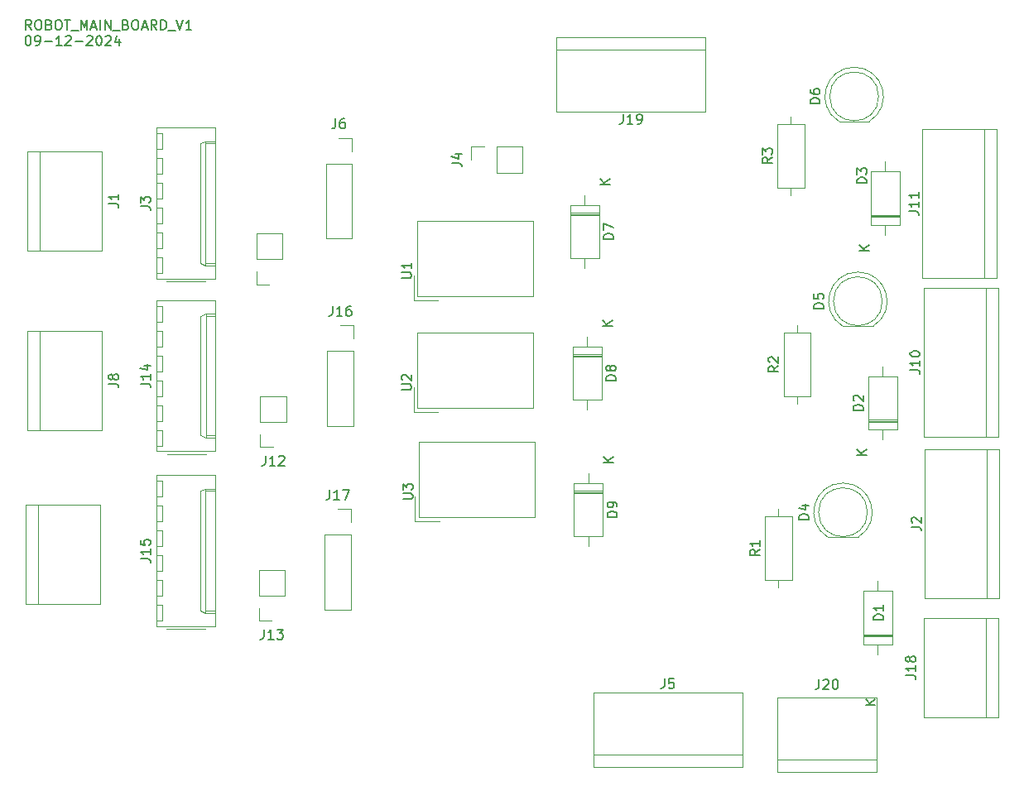
<source format=gbr>
%TF.GenerationSoftware,KiCad,Pcbnew,7.0.9-7.0.9~ubuntu20.04.1*%
%TF.CreationDate,2025-02-15T01:00:42+01:00*%
%TF.ProjectId,main_board_proto,6d61696e-5f62-46f6-9172-645f70726f74,rev?*%
%TF.SameCoordinates,Original*%
%TF.FileFunction,Legend,Top*%
%TF.FilePolarity,Positive*%
%FSLAX46Y46*%
G04 Gerber Fmt 4.6, Leading zero omitted, Abs format (unit mm)*
G04 Created by KiCad (PCBNEW 7.0.9-7.0.9~ubuntu20.04.1) date 2025-02-15 01:00:42*
%MOMM*%
%LPD*%
G01*
G04 APERTURE LIST*
%ADD10C,0.200000*%
%ADD11C,0.150000*%
%ADD12C,0.120000*%
G04 APERTURE END LIST*
D10*
X52503101Y-46517219D02*
X52169768Y-46041028D01*
X51931673Y-46517219D02*
X51931673Y-45517219D01*
X51931673Y-45517219D02*
X52312625Y-45517219D01*
X52312625Y-45517219D02*
X52407863Y-45564838D01*
X52407863Y-45564838D02*
X52455482Y-45612457D01*
X52455482Y-45612457D02*
X52503101Y-45707695D01*
X52503101Y-45707695D02*
X52503101Y-45850552D01*
X52503101Y-45850552D02*
X52455482Y-45945790D01*
X52455482Y-45945790D02*
X52407863Y-45993409D01*
X52407863Y-45993409D02*
X52312625Y-46041028D01*
X52312625Y-46041028D02*
X51931673Y-46041028D01*
X53122149Y-45517219D02*
X53312625Y-45517219D01*
X53312625Y-45517219D02*
X53407863Y-45564838D01*
X53407863Y-45564838D02*
X53503101Y-45660076D01*
X53503101Y-45660076D02*
X53550720Y-45850552D01*
X53550720Y-45850552D02*
X53550720Y-46183885D01*
X53550720Y-46183885D02*
X53503101Y-46374361D01*
X53503101Y-46374361D02*
X53407863Y-46469600D01*
X53407863Y-46469600D02*
X53312625Y-46517219D01*
X53312625Y-46517219D02*
X53122149Y-46517219D01*
X53122149Y-46517219D02*
X53026911Y-46469600D01*
X53026911Y-46469600D02*
X52931673Y-46374361D01*
X52931673Y-46374361D02*
X52884054Y-46183885D01*
X52884054Y-46183885D02*
X52884054Y-45850552D01*
X52884054Y-45850552D02*
X52931673Y-45660076D01*
X52931673Y-45660076D02*
X53026911Y-45564838D01*
X53026911Y-45564838D02*
X53122149Y-45517219D01*
X54312625Y-45993409D02*
X54455482Y-46041028D01*
X54455482Y-46041028D02*
X54503101Y-46088647D01*
X54503101Y-46088647D02*
X54550720Y-46183885D01*
X54550720Y-46183885D02*
X54550720Y-46326742D01*
X54550720Y-46326742D02*
X54503101Y-46421980D01*
X54503101Y-46421980D02*
X54455482Y-46469600D01*
X54455482Y-46469600D02*
X54360244Y-46517219D01*
X54360244Y-46517219D02*
X53979292Y-46517219D01*
X53979292Y-46517219D02*
X53979292Y-45517219D01*
X53979292Y-45517219D02*
X54312625Y-45517219D01*
X54312625Y-45517219D02*
X54407863Y-45564838D01*
X54407863Y-45564838D02*
X54455482Y-45612457D01*
X54455482Y-45612457D02*
X54503101Y-45707695D01*
X54503101Y-45707695D02*
X54503101Y-45802933D01*
X54503101Y-45802933D02*
X54455482Y-45898171D01*
X54455482Y-45898171D02*
X54407863Y-45945790D01*
X54407863Y-45945790D02*
X54312625Y-45993409D01*
X54312625Y-45993409D02*
X53979292Y-45993409D01*
X55169768Y-45517219D02*
X55360244Y-45517219D01*
X55360244Y-45517219D02*
X55455482Y-45564838D01*
X55455482Y-45564838D02*
X55550720Y-45660076D01*
X55550720Y-45660076D02*
X55598339Y-45850552D01*
X55598339Y-45850552D02*
X55598339Y-46183885D01*
X55598339Y-46183885D02*
X55550720Y-46374361D01*
X55550720Y-46374361D02*
X55455482Y-46469600D01*
X55455482Y-46469600D02*
X55360244Y-46517219D01*
X55360244Y-46517219D02*
X55169768Y-46517219D01*
X55169768Y-46517219D02*
X55074530Y-46469600D01*
X55074530Y-46469600D02*
X54979292Y-46374361D01*
X54979292Y-46374361D02*
X54931673Y-46183885D01*
X54931673Y-46183885D02*
X54931673Y-45850552D01*
X54931673Y-45850552D02*
X54979292Y-45660076D01*
X54979292Y-45660076D02*
X55074530Y-45564838D01*
X55074530Y-45564838D02*
X55169768Y-45517219D01*
X55884054Y-45517219D02*
X56455482Y-45517219D01*
X56169768Y-46517219D02*
X56169768Y-45517219D01*
X56550721Y-46612457D02*
X57312625Y-46612457D01*
X57550721Y-46517219D02*
X57550721Y-45517219D01*
X57550721Y-45517219D02*
X57884054Y-46231504D01*
X57884054Y-46231504D02*
X58217387Y-45517219D01*
X58217387Y-45517219D02*
X58217387Y-46517219D01*
X58645959Y-46231504D02*
X59122149Y-46231504D01*
X58550721Y-46517219D02*
X58884054Y-45517219D01*
X58884054Y-45517219D02*
X59217387Y-46517219D01*
X59550721Y-46517219D02*
X59550721Y-45517219D01*
X60026911Y-46517219D02*
X60026911Y-45517219D01*
X60026911Y-45517219D02*
X60598339Y-46517219D01*
X60598339Y-46517219D02*
X60598339Y-45517219D01*
X60836435Y-46612457D02*
X61598339Y-46612457D01*
X62169768Y-45993409D02*
X62312625Y-46041028D01*
X62312625Y-46041028D02*
X62360244Y-46088647D01*
X62360244Y-46088647D02*
X62407863Y-46183885D01*
X62407863Y-46183885D02*
X62407863Y-46326742D01*
X62407863Y-46326742D02*
X62360244Y-46421980D01*
X62360244Y-46421980D02*
X62312625Y-46469600D01*
X62312625Y-46469600D02*
X62217387Y-46517219D01*
X62217387Y-46517219D02*
X61836435Y-46517219D01*
X61836435Y-46517219D02*
X61836435Y-45517219D01*
X61836435Y-45517219D02*
X62169768Y-45517219D01*
X62169768Y-45517219D02*
X62265006Y-45564838D01*
X62265006Y-45564838D02*
X62312625Y-45612457D01*
X62312625Y-45612457D02*
X62360244Y-45707695D01*
X62360244Y-45707695D02*
X62360244Y-45802933D01*
X62360244Y-45802933D02*
X62312625Y-45898171D01*
X62312625Y-45898171D02*
X62265006Y-45945790D01*
X62265006Y-45945790D02*
X62169768Y-45993409D01*
X62169768Y-45993409D02*
X61836435Y-45993409D01*
X63026911Y-45517219D02*
X63217387Y-45517219D01*
X63217387Y-45517219D02*
X63312625Y-45564838D01*
X63312625Y-45564838D02*
X63407863Y-45660076D01*
X63407863Y-45660076D02*
X63455482Y-45850552D01*
X63455482Y-45850552D02*
X63455482Y-46183885D01*
X63455482Y-46183885D02*
X63407863Y-46374361D01*
X63407863Y-46374361D02*
X63312625Y-46469600D01*
X63312625Y-46469600D02*
X63217387Y-46517219D01*
X63217387Y-46517219D02*
X63026911Y-46517219D01*
X63026911Y-46517219D02*
X62931673Y-46469600D01*
X62931673Y-46469600D02*
X62836435Y-46374361D01*
X62836435Y-46374361D02*
X62788816Y-46183885D01*
X62788816Y-46183885D02*
X62788816Y-45850552D01*
X62788816Y-45850552D02*
X62836435Y-45660076D01*
X62836435Y-45660076D02*
X62931673Y-45564838D01*
X62931673Y-45564838D02*
X63026911Y-45517219D01*
X63836435Y-46231504D02*
X64312625Y-46231504D01*
X63741197Y-46517219D02*
X64074530Y-45517219D01*
X64074530Y-45517219D02*
X64407863Y-46517219D01*
X65312625Y-46517219D02*
X64979292Y-46041028D01*
X64741197Y-46517219D02*
X64741197Y-45517219D01*
X64741197Y-45517219D02*
X65122149Y-45517219D01*
X65122149Y-45517219D02*
X65217387Y-45564838D01*
X65217387Y-45564838D02*
X65265006Y-45612457D01*
X65265006Y-45612457D02*
X65312625Y-45707695D01*
X65312625Y-45707695D02*
X65312625Y-45850552D01*
X65312625Y-45850552D02*
X65265006Y-45945790D01*
X65265006Y-45945790D02*
X65217387Y-45993409D01*
X65217387Y-45993409D02*
X65122149Y-46041028D01*
X65122149Y-46041028D02*
X64741197Y-46041028D01*
X65741197Y-46517219D02*
X65741197Y-45517219D01*
X65741197Y-45517219D02*
X65979292Y-45517219D01*
X65979292Y-45517219D02*
X66122149Y-45564838D01*
X66122149Y-45564838D02*
X66217387Y-45660076D01*
X66217387Y-45660076D02*
X66265006Y-45755314D01*
X66265006Y-45755314D02*
X66312625Y-45945790D01*
X66312625Y-45945790D02*
X66312625Y-46088647D01*
X66312625Y-46088647D02*
X66265006Y-46279123D01*
X66265006Y-46279123D02*
X66217387Y-46374361D01*
X66217387Y-46374361D02*
X66122149Y-46469600D01*
X66122149Y-46469600D02*
X65979292Y-46517219D01*
X65979292Y-46517219D02*
X65741197Y-46517219D01*
X66503102Y-46612457D02*
X67265006Y-46612457D01*
X67360245Y-45517219D02*
X67693578Y-46517219D01*
X67693578Y-46517219D02*
X68026911Y-45517219D01*
X68884054Y-46517219D02*
X68312626Y-46517219D01*
X68598340Y-46517219D02*
X68598340Y-45517219D01*
X68598340Y-45517219D02*
X68503102Y-45660076D01*
X68503102Y-45660076D02*
X68407864Y-45755314D01*
X68407864Y-45755314D02*
X68312626Y-45802933D01*
X52122149Y-47127219D02*
X52217387Y-47127219D01*
X52217387Y-47127219D02*
X52312625Y-47174838D01*
X52312625Y-47174838D02*
X52360244Y-47222457D01*
X52360244Y-47222457D02*
X52407863Y-47317695D01*
X52407863Y-47317695D02*
X52455482Y-47508171D01*
X52455482Y-47508171D02*
X52455482Y-47746266D01*
X52455482Y-47746266D02*
X52407863Y-47936742D01*
X52407863Y-47936742D02*
X52360244Y-48031980D01*
X52360244Y-48031980D02*
X52312625Y-48079600D01*
X52312625Y-48079600D02*
X52217387Y-48127219D01*
X52217387Y-48127219D02*
X52122149Y-48127219D01*
X52122149Y-48127219D02*
X52026911Y-48079600D01*
X52026911Y-48079600D02*
X51979292Y-48031980D01*
X51979292Y-48031980D02*
X51931673Y-47936742D01*
X51931673Y-47936742D02*
X51884054Y-47746266D01*
X51884054Y-47746266D02*
X51884054Y-47508171D01*
X51884054Y-47508171D02*
X51931673Y-47317695D01*
X51931673Y-47317695D02*
X51979292Y-47222457D01*
X51979292Y-47222457D02*
X52026911Y-47174838D01*
X52026911Y-47174838D02*
X52122149Y-47127219D01*
X52931673Y-48127219D02*
X53122149Y-48127219D01*
X53122149Y-48127219D02*
X53217387Y-48079600D01*
X53217387Y-48079600D02*
X53265006Y-48031980D01*
X53265006Y-48031980D02*
X53360244Y-47889123D01*
X53360244Y-47889123D02*
X53407863Y-47698647D01*
X53407863Y-47698647D02*
X53407863Y-47317695D01*
X53407863Y-47317695D02*
X53360244Y-47222457D01*
X53360244Y-47222457D02*
X53312625Y-47174838D01*
X53312625Y-47174838D02*
X53217387Y-47127219D01*
X53217387Y-47127219D02*
X53026911Y-47127219D01*
X53026911Y-47127219D02*
X52931673Y-47174838D01*
X52931673Y-47174838D02*
X52884054Y-47222457D01*
X52884054Y-47222457D02*
X52836435Y-47317695D01*
X52836435Y-47317695D02*
X52836435Y-47555790D01*
X52836435Y-47555790D02*
X52884054Y-47651028D01*
X52884054Y-47651028D02*
X52931673Y-47698647D01*
X52931673Y-47698647D02*
X53026911Y-47746266D01*
X53026911Y-47746266D02*
X53217387Y-47746266D01*
X53217387Y-47746266D02*
X53312625Y-47698647D01*
X53312625Y-47698647D02*
X53360244Y-47651028D01*
X53360244Y-47651028D02*
X53407863Y-47555790D01*
X53836435Y-47746266D02*
X54598340Y-47746266D01*
X55598339Y-48127219D02*
X55026911Y-48127219D01*
X55312625Y-48127219D02*
X55312625Y-47127219D01*
X55312625Y-47127219D02*
X55217387Y-47270076D01*
X55217387Y-47270076D02*
X55122149Y-47365314D01*
X55122149Y-47365314D02*
X55026911Y-47412933D01*
X55979292Y-47222457D02*
X56026911Y-47174838D01*
X56026911Y-47174838D02*
X56122149Y-47127219D01*
X56122149Y-47127219D02*
X56360244Y-47127219D01*
X56360244Y-47127219D02*
X56455482Y-47174838D01*
X56455482Y-47174838D02*
X56503101Y-47222457D01*
X56503101Y-47222457D02*
X56550720Y-47317695D01*
X56550720Y-47317695D02*
X56550720Y-47412933D01*
X56550720Y-47412933D02*
X56503101Y-47555790D01*
X56503101Y-47555790D02*
X55931673Y-48127219D01*
X55931673Y-48127219D02*
X56550720Y-48127219D01*
X56979292Y-47746266D02*
X57741197Y-47746266D01*
X58169768Y-47222457D02*
X58217387Y-47174838D01*
X58217387Y-47174838D02*
X58312625Y-47127219D01*
X58312625Y-47127219D02*
X58550720Y-47127219D01*
X58550720Y-47127219D02*
X58645958Y-47174838D01*
X58645958Y-47174838D02*
X58693577Y-47222457D01*
X58693577Y-47222457D02*
X58741196Y-47317695D01*
X58741196Y-47317695D02*
X58741196Y-47412933D01*
X58741196Y-47412933D02*
X58693577Y-47555790D01*
X58693577Y-47555790D02*
X58122149Y-48127219D01*
X58122149Y-48127219D02*
X58741196Y-48127219D01*
X59360244Y-47127219D02*
X59455482Y-47127219D01*
X59455482Y-47127219D02*
X59550720Y-47174838D01*
X59550720Y-47174838D02*
X59598339Y-47222457D01*
X59598339Y-47222457D02*
X59645958Y-47317695D01*
X59645958Y-47317695D02*
X59693577Y-47508171D01*
X59693577Y-47508171D02*
X59693577Y-47746266D01*
X59693577Y-47746266D02*
X59645958Y-47936742D01*
X59645958Y-47936742D02*
X59598339Y-48031980D01*
X59598339Y-48031980D02*
X59550720Y-48079600D01*
X59550720Y-48079600D02*
X59455482Y-48127219D01*
X59455482Y-48127219D02*
X59360244Y-48127219D01*
X59360244Y-48127219D02*
X59265006Y-48079600D01*
X59265006Y-48079600D02*
X59217387Y-48031980D01*
X59217387Y-48031980D02*
X59169768Y-47936742D01*
X59169768Y-47936742D02*
X59122149Y-47746266D01*
X59122149Y-47746266D02*
X59122149Y-47508171D01*
X59122149Y-47508171D02*
X59169768Y-47317695D01*
X59169768Y-47317695D02*
X59217387Y-47222457D01*
X59217387Y-47222457D02*
X59265006Y-47174838D01*
X59265006Y-47174838D02*
X59360244Y-47127219D01*
X60074530Y-47222457D02*
X60122149Y-47174838D01*
X60122149Y-47174838D02*
X60217387Y-47127219D01*
X60217387Y-47127219D02*
X60455482Y-47127219D01*
X60455482Y-47127219D02*
X60550720Y-47174838D01*
X60550720Y-47174838D02*
X60598339Y-47222457D01*
X60598339Y-47222457D02*
X60645958Y-47317695D01*
X60645958Y-47317695D02*
X60645958Y-47412933D01*
X60645958Y-47412933D02*
X60598339Y-47555790D01*
X60598339Y-47555790D02*
X60026911Y-48127219D01*
X60026911Y-48127219D02*
X60645958Y-48127219D01*
X61503101Y-47460552D02*
X61503101Y-48127219D01*
X61265006Y-47079600D02*
X61026911Y-47793885D01*
X61026911Y-47793885D02*
X61645958Y-47793885D01*
D11*
X76431476Y-90118819D02*
X76431476Y-90833104D01*
X76431476Y-90833104D02*
X76383857Y-90975961D01*
X76383857Y-90975961D02*
X76288619Y-91071200D01*
X76288619Y-91071200D02*
X76145762Y-91118819D01*
X76145762Y-91118819D02*
X76050524Y-91118819D01*
X77431476Y-91118819D02*
X76860048Y-91118819D01*
X77145762Y-91118819D02*
X77145762Y-90118819D01*
X77145762Y-90118819D02*
X77050524Y-90261676D01*
X77050524Y-90261676D02*
X76955286Y-90356914D01*
X76955286Y-90356914D02*
X76860048Y-90404533D01*
X77812429Y-90214057D02*
X77860048Y-90166438D01*
X77860048Y-90166438D02*
X77955286Y-90118819D01*
X77955286Y-90118819D02*
X78193381Y-90118819D01*
X78193381Y-90118819D02*
X78288619Y-90166438D01*
X78288619Y-90166438D02*
X78336238Y-90214057D01*
X78336238Y-90214057D02*
X78383857Y-90309295D01*
X78383857Y-90309295D02*
X78383857Y-90404533D01*
X78383857Y-90404533D02*
X78336238Y-90547390D01*
X78336238Y-90547390D02*
X77764810Y-91118819D01*
X77764810Y-91118819D02*
X78383857Y-91118819D01*
X142378819Y-81357523D02*
X143093104Y-81357523D01*
X143093104Y-81357523D02*
X143235961Y-81405142D01*
X143235961Y-81405142D02*
X143331200Y-81500380D01*
X143331200Y-81500380D02*
X143378819Y-81643237D01*
X143378819Y-81643237D02*
X143378819Y-81738475D01*
X143378819Y-80357523D02*
X143378819Y-80928951D01*
X143378819Y-80643237D02*
X142378819Y-80643237D01*
X142378819Y-80643237D02*
X142521676Y-80738475D01*
X142521676Y-80738475D02*
X142616914Y-80833713D01*
X142616914Y-80833713D02*
X142664533Y-80928951D01*
X142378819Y-79738475D02*
X142378819Y-79643237D01*
X142378819Y-79643237D02*
X142426438Y-79547999D01*
X142426438Y-79547999D02*
X142474057Y-79500380D01*
X142474057Y-79500380D02*
X142569295Y-79452761D01*
X142569295Y-79452761D02*
X142759771Y-79405142D01*
X142759771Y-79405142D02*
X142997866Y-79405142D01*
X142997866Y-79405142D02*
X143188342Y-79452761D01*
X143188342Y-79452761D02*
X143283580Y-79500380D01*
X143283580Y-79500380D02*
X143331200Y-79547999D01*
X143331200Y-79547999D02*
X143378819Y-79643237D01*
X143378819Y-79643237D02*
X143378819Y-79738475D01*
X143378819Y-79738475D02*
X143331200Y-79833713D01*
X143331200Y-79833713D02*
X143283580Y-79881332D01*
X143283580Y-79881332D02*
X143188342Y-79928951D01*
X143188342Y-79928951D02*
X142997866Y-79976570D01*
X142997866Y-79976570D02*
X142759771Y-79976570D01*
X142759771Y-79976570D02*
X142569295Y-79928951D01*
X142569295Y-79928951D02*
X142474057Y-79881332D01*
X142474057Y-79881332D02*
X142426438Y-79833713D01*
X142426438Y-79833713D02*
X142378819Y-79738475D01*
X60414819Y-82756333D02*
X61129104Y-82756333D01*
X61129104Y-82756333D02*
X61271961Y-82803952D01*
X61271961Y-82803952D02*
X61367200Y-82899190D01*
X61367200Y-82899190D02*
X61414819Y-83042047D01*
X61414819Y-83042047D02*
X61414819Y-83137285D01*
X60843390Y-82137285D02*
X60795771Y-82232523D01*
X60795771Y-82232523D02*
X60748152Y-82280142D01*
X60748152Y-82280142D02*
X60652914Y-82327761D01*
X60652914Y-82327761D02*
X60605295Y-82327761D01*
X60605295Y-82327761D02*
X60510057Y-82280142D01*
X60510057Y-82280142D02*
X60462438Y-82232523D01*
X60462438Y-82232523D02*
X60414819Y-82137285D01*
X60414819Y-82137285D02*
X60414819Y-81946809D01*
X60414819Y-81946809D02*
X60462438Y-81851571D01*
X60462438Y-81851571D02*
X60510057Y-81803952D01*
X60510057Y-81803952D02*
X60605295Y-81756333D01*
X60605295Y-81756333D02*
X60652914Y-81756333D01*
X60652914Y-81756333D02*
X60748152Y-81803952D01*
X60748152Y-81803952D02*
X60795771Y-81851571D01*
X60795771Y-81851571D02*
X60843390Y-81946809D01*
X60843390Y-81946809D02*
X60843390Y-82137285D01*
X60843390Y-82137285D02*
X60891009Y-82232523D01*
X60891009Y-82232523D02*
X60938628Y-82280142D01*
X60938628Y-82280142D02*
X61033866Y-82327761D01*
X61033866Y-82327761D02*
X61224342Y-82327761D01*
X61224342Y-82327761D02*
X61319580Y-82280142D01*
X61319580Y-82280142D02*
X61367200Y-82232523D01*
X61367200Y-82232523D02*
X61414819Y-82137285D01*
X61414819Y-82137285D02*
X61414819Y-81946809D01*
X61414819Y-81946809D02*
X61367200Y-81851571D01*
X61367200Y-81851571D02*
X61319580Y-81803952D01*
X61319580Y-81803952D02*
X61224342Y-81756333D01*
X61224342Y-81756333D02*
X61033866Y-81756333D01*
X61033866Y-81756333D02*
X60938628Y-81803952D01*
X60938628Y-81803952D02*
X60891009Y-81851571D01*
X60891009Y-81851571D02*
X60843390Y-81946809D01*
X139646819Y-106910094D02*
X138646819Y-106910094D01*
X138646819Y-106910094D02*
X138646819Y-106671999D01*
X138646819Y-106671999D02*
X138694438Y-106529142D01*
X138694438Y-106529142D02*
X138789676Y-106433904D01*
X138789676Y-106433904D02*
X138884914Y-106386285D01*
X138884914Y-106386285D02*
X139075390Y-106338666D01*
X139075390Y-106338666D02*
X139218247Y-106338666D01*
X139218247Y-106338666D02*
X139408723Y-106386285D01*
X139408723Y-106386285D02*
X139503961Y-106433904D01*
X139503961Y-106433904D02*
X139599200Y-106529142D01*
X139599200Y-106529142D02*
X139646819Y-106671999D01*
X139646819Y-106671999D02*
X139646819Y-106910094D01*
X139646819Y-105386285D02*
X139646819Y-105957713D01*
X139646819Y-105671999D02*
X138646819Y-105671999D01*
X138646819Y-105671999D02*
X138789676Y-105767237D01*
X138789676Y-105767237D02*
X138884914Y-105862475D01*
X138884914Y-105862475D02*
X138932533Y-105957713D01*
X138816819Y-115577904D02*
X137816819Y-115577904D01*
X138816819Y-115006476D02*
X138245390Y-115435047D01*
X137816819Y-115006476D02*
X138388247Y-115577904D01*
X113012476Y-55158819D02*
X113012476Y-55873104D01*
X113012476Y-55873104D02*
X112964857Y-56015961D01*
X112964857Y-56015961D02*
X112869619Y-56111200D01*
X112869619Y-56111200D02*
X112726762Y-56158819D01*
X112726762Y-56158819D02*
X112631524Y-56158819D01*
X114012476Y-56158819D02*
X113441048Y-56158819D01*
X113726762Y-56158819D02*
X113726762Y-55158819D01*
X113726762Y-55158819D02*
X113631524Y-55301676D01*
X113631524Y-55301676D02*
X113536286Y-55396914D01*
X113536286Y-55396914D02*
X113441048Y-55444533D01*
X114488667Y-56158819D02*
X114679143Y-56158819D01*
X114679143Y-56158819D02*
X114774381Y-56111200D01*
X114774381Y-56111200D02*
X114822000Y-56063580D01*
X114822000Y-56063580D02*
X114917238Y-55920723D01*
X114917238Y-55920723D02*
X114964857Y-55730247D01*
X114964857Y-55730247D02*
X114964857Y-55349295D01*
X114964857Y-55349295D02*
X114917238Y-55254057D01*
X114917238Y-55254057D02*
X114869619Y-55206438D01*
X114869619Y-55206438D02*
X114774381Y-55158819D01*
X114774381Y-55158819D02*
X114583905Y-55158819D01*
X114583905Y-55158819D02*
X114488667Y-55206438D01*
X114488667Y-55206438D02*
X114441048Y-55254057D01*
X114441048Y-55254057D02*
X114393429Y-55349295D01*
X114393429Y-55349295D02*
X114393429Y-55587390D01*
X114393429Y-55587390D02*
X114441048Y-55682628D01*
X114441048Y-55682628D02*
X114488667Y-55730247D01*
X114488667Y-55730247D02*
X114583905Y-55777866D01*
X114583905Y-55777866D02*
X114774381Y-55777866D01*
X114774381Y-55777866D02*
X114869619Y-55730247D01*
X114869619Y-55730247D02*
X114917238Y-55682628D01*
X114917238Y-55682628D02*
X114964857Y-55587390D01*
X126989819Y-99734666D02*
X126513628Y-100067999D01*
X126989819Y-100306094D02*
X125989819Y-100306094D01*
X125989819Y-100306094D02*
X125989819Y-99925142D01*
X125989819Y-99925142D02*
X126037438Y-99829904D01*
X126037438Y-99829904D02*
X126085057Y-99782285D01*
X126085057Y-99782285D02*
X126180295Y-99734666D01*
X126180295Y-99734666D02*
X126323152Y-99734666D01*
X126323152Y-99734666D02*
X126418390Y-99782285D01*
X126418390Y-99782285D02*
X126466009Y-99829904D01*
X126466009Y-99829904D02*
X126513628Y-99925142D01*
X126513628Y-99925142D02*
X126513628Y-100306094D01*
X126989819Y-98782285D02*
X126989819Y-99353713D01*
X126989819Y-99067999D02*
X125989819Y-99067999D01*
X125989819Y-99067999D02*
X126132676Y-99163237D01*
X126132676Y-99163237D02*
X126227914Y-99258475D01*
X126227914Y-99258475D02*
X126275533Y-99353713D01*
X83613666Y-55612819D02*
X83613666Y-56327104D01*
X83613666Y-56327104D02*
X83566047Y-56469961D01*
X83566047Y-56469961D02*
X83470809Y-56565200D01*
X83470809Y-56565200D02*
X83327952Y-56612819D01*
X83327952Y-56612819D02*
X83232714Y-56612819D01*
X84518428Y-55612819D02*
X84327952Y-55612819D01*
X84327952Y-55612819D02*
X84232714Y-55660438D01*
X84232714Y-55660438D02*
X84185095Y-55708057D01*
X84185095Y-55708057D02*
X84089857Y-55850914D01*
X84089857Y-55850914D02*
X84042238Y-56041390D01*
X84042238Y-56041390D02*
X84042238Y-56422342D01*
X84042238Y-56422342D02*
X84089857Y-56517580D01*
X84089857Y-56517580D02*
X84137476Y-56565200D01*
X84137476Y-56565200D02*
X84232714Y-56612819D01*
X84232714Y-56612819D02*
X84423190Y-56612819D01*
X84423190Y-56612819D02*
X84518428Y-56565200D01*
X84518428Y-56565200D02*
X84566047Y-56517580D01*
X84566047Y-56517580D02*
X84613666Y-56422342D01*
X84613666Y-56422342D02*
X84613666Y-56184247D01*
X84613666Y-56184247D02*
X84566047Y-56089009D01*
X84566047Y-56089009D02*
X84518428Y-56041390D01*
X84518428Y-56041390D02*
X84423190Y-55993771D01*
X84423190Y-55993771D02*
X84232714Y-55993771D01*
X84232714Y-55993771D02*
X84137476Y-56041390D01*
X84137476Y-56041390D02*
X84089857Y-56089009D01*
X84089857Y-56089009D02*
X84042238Y-56184247D01*
X133146819Y-54078094D02*
X132146819Y-54078094D01*
X132146819Y-54078094D02*
X132146819Y-53839999D01*
X132146819Y-53839999D02*
X132194438Y-53697142D01*
X132194438Y-53697142D02*
X132289676Y-53601904D01*
X132289676Y-53601904D02*
X132384914Y-53554285D01*
X132384914Y-53554285D02*
X132575390Y-53506666D01*
X132575390Y-53506666D02*
X132718247Y-53506666D01*
X132718247Y-53506666D02*
X132908723Y-53554285D01*
X132908723Y-53554285D02*
X133003961Y-53601904D01*
X133003961Y-53601904D02*
X133099200Y-53697142D01*
X133099200Y-53697142D02*
X133146819Y-53839999D01*
X133146819Y-53839999D02*
X133146819Y-54078094D01*
X132146819Y-52649523D02*
X132146819Y-52839999D01*
X132146819Y-52839999D02*
X132194438Y-52935237D01*
X132194438Y-52935237D02*
X132242057Y-52982856D01*
X132242057Y-52982856D02*
X132384914Y-53078094D01*
X132384914Y-53078094D02*
X132575390Y-53125713D01*
X132575390Y-53125713D02*
X132956342Y-53125713D01*
X132956342Y-53125713D02*
X133051580Y-53078094D01*
X133051580Y-53078094D02*
X133099200Y-53030475D01*
X133099200Y-53030475D02*
X133146819Y-52935237D01*
X133146819Y-52935237D02*
X133146819Y-52744761D01*
X133146819Y-52744761D02*
X133099200Y-52649523D01*
X133099200Y-52649523D02*
X133051580Y-52601904D01*
X133051580Y-52601904D02*
X132956342Y-52554285D01*
X132956342Y-52554285D02*
X132718247Y-52554285D01*
X132718247Y-52554285D02*
X132623009Y-52601904D01*
X132623009Y-52601904D02*
X132575390Y-52649523D01*
X132575390Y-52649523D02*
X132527771Y-52744761D01*
X132527771Y-52744761D02*
X132527771Y-52935237D01*
X132527771Y-52935237D02*
X132575390Y-53030475D01*
X132575390Y-53030475D02*
X132623009Y-53078094D01*
X132623009Y-53078094D02*
X132718247Y-53125713D01*
X117238666Y-112914819D02*
X117238666Y-113629104D01*
X117238666Y-113629104D02*
X117191047Y-113771961D01*
X117191047Y-113771961D02*
X117095809Y-113867200D01*
X117095809Y-113867200D02*
X116952952Y-113914819D01*
X116952952Y-113914819D02*
X116857714Y-113914819D01*
X118191047Y-112914819D02*
X117714857Y-112914819D01*
X117714857Y-112914819D02*
X117667238Y-113391009D01*
X117667238Y-113391009D02*
X117714857Y-113343390D01*
X117714857Y-113343390D02*
X117810095Y-113295771D01*
X117810095Y-113295771D02*
X118048190Y-113295771D01*
X118048190Y-113295771D02*
X118143428Y-113343390D01*
X118143428Y-113343390D02*
X118191047Y-113391009D01*
X118191047Y-113391009D02*
X118238666Y-113486247D01*
X118238666Y-113486247D02*
X118238666Y-113724342D01*
X118238666Y-113724342D02*
X118191047Y-113819580D01*
X118191047Y-113819580D02*
X118143428Y-113867200D01*
X118143428Y-113867200D02*
X118048190Y-113914819D01*
X118048190Y-113914819D02*
X117810095Y-113914819D01*
X117810095Y-113914819D02*
X117714857Y-113867200D01*
X117714857Y-113867200D02*
X117667238Y-113819580D01*
X142251819Y-65101523D02*
X142966104Y-65101523D01*
X142966104Y-65101523D02*
X143108961Y-65149142D01*
X143108961Y-65149142D02*
X143204200Y-65244380D01*
X143204200Y-65244380D02*
X143251819Y-65387237D01*
X143251819Y-65387237D02*
X143251819Y-65482475D01*
X143251819Y-64101523D02*
X143251819Y-64672951D01*
X143251819Y-64387237D02*
X142251819Y-64387237D01*
X142251819Y-64387237D02*
X142394676Y-64482475D01*
X142394676Y-64482475D02*
X142489914Y-64577713D01*
X142489914Y-64577713D02*
X142537533Y-64672951D01*
X143251819Y-63149142D02*
X143251819Y-63720570D01*
X143251819Y-63434856D02*
X142251819Y-63434856D01*
X142251819Y-63434856D02*
X142394676Y-63530094D01*
X142394676Y-63530094D02*
X142489914Y-63625332D01*
X142489914Y-63625332D02*
X142537533Y-63720570D01*
X63660819Y-100631523D02*
X64375104Y-100631523D01*
X64375104Y-100631523D02*
X64517961Y-100679142D01*
X64517961Y-100679142D02*
X64613200Y-100774380D01*
X64613200Y-100774380D02*
X64660819Y-100917237D01*
X64660819Y-100917237D02*
X64660819Y-101012475D01*
X64660819Y-99631523D02*
X64660819Y-100202951D01*
X64660819Y-99917237D02*
X63660819Y-99917237D01*
X63660819Y-99917237D02*
X63803676Y-100012475D01*
X63803676Y-100012475D02*
X63898914Y-100107713D01*
X63898914Y-100107713D02*
X63946533Y-100202951D01*
X63660819Y-98726761D02*
X63660819Y-99202951D01*
X63660819Y-99202951D02*
X64137009Y-99250570D01*
X64137009Y-99250570D02*
X64089390Y-99202951D01*
X64089390Y-99202951D02*
X64041771Y-99107713D01*
X64041771Y-99107713D02*
X64041771Y-98869618D01*
X64041771Y-98869618D02*
X64089390Y-98774380D01*
X64089390Y-98774380D02*
X64137009Y-98726761D01*
X64137009Y-98726761D02*
X64232247Y-98679142D01*
X64232247Y-98679142D02*
X64470342Y-98679142D01*
X64470342Y-98679142D02*
X64565580Y-98726761D01*
X64565580Y-98726761D02*
X64613200Y-98774380D01*
X64613200Y-98774380D02*
X64660819Y-98869618D01*
X64660819Y-98869618D02*
X64660819Y-99107713D01*
X64660819Y-99107713D02*
X64613200Y-99202951D01*
X64613200Y-99202951D02*
X64565580Y-99250570D01*
X137938819Y-62206094D02*
X136938819Y-62206094D01*
X136938819Y-62206094D02*
X136938819Y-61967999D01*
X136938819Y-61967999D02*
X136986438Y-61825142D01*
X136986438Y-61825142D02*
X137081676Y-61729904D01*
X137081676Y-61729904D02*
X137176914Y-61682285D01*
X137176914Y-61682285D02*
X137367390Y-61634666D01*
X137367390Y-61634666D02*
X137510247Y-61634666D01*
X137510247Y-61634666D02*
X137700723Y-61682285D01*
X137700723Y-61682285D02*
X137795961Y-61729904D01*
X137795961Y-61729904D02*
X137891200Y-61825142D01*
X137891200Y-61825142D02*
X137938819Y-61967999D01*
X137938819Y-61967999D02*
X137938819Y-62206094D01*
X136938819Y-61301332D02*
X136938819Y-60682285D01*
X136938819Y-60682285D02*
X137319771Y-61015618D01*
X137319771Y-61015618D02*
X137319771Y-60872761D01*
X137319771Y-60872761D02*
X137367390Y-60777523D01*
X137367390Y-60777523D02*
X137415009Y-60729904D01*
X137415009Y-60729904D02*
X137510247Y-60682285D01*
X137510247Y-60682285D02*
X137748342Y-60682285D01*
X137748342Y-60682285D02*
X137843580Y-60729904D01*
X137843580Y-60729904D02*
X137891200Y-60777523D01*
X137891200Y-60777523D02*
X137938819Y-60872761D01*
X137938819Y-60872761D02*
X137938819Y-61158475D01*
X137938819Y-61158475D02*
X137891200Y-61253713D01*
X137891200Y-61253713D02*
X137843580Y-61301332D01*
X138181819Y-69095904D02*
X137181819Y-69095904D01*
X138181819Y-68524476D02*
X137610390Y-68953047D01*
X137181819Y-68524476D02*
X137753247Y-69095904D01*
X63660819Y-64595333D02*
X64375104Y-64595333D01*
X64375104Y-64595333D02*
X64517961Y-64642952D01*
X64517961Y-64642952D02*
X64613200Y-64738190D01*
X64613200Y-64738190D02*
X64660819Y-64881047D01*
X64660819Y-64881047D02*
X64660819Y-64976285D01*
X63660819Y-64214380D02*
X63660819Y-63595333D01*
X63660819Y-63595333D02*
X64041771Y-63928666D01*
X64041771Y-63928666D02*
X64041771Y-63785809D01*
X64041771Y-63785809D02*
X64089390Y-63690571D01*
X64089390Y-63690571D02*
X64137009Y-63642952D01*
X64137009Y-63642952D02*
X64232247Y-63595333D01*
X64232247Y-63595333D02*
X64470342Y-63595333D01*
X64470342Y-63595333D02*
X64565580Y-63642952D01*
X64565580Y-63642952D02*
X64613200Y-63690571D01*
X64613200Y-63690571D02*
X64660819Y-63785809D01*
X64660819Y-63785809D02*
X64660819Y-64071523D01*
X64660819Y-64071523D02*
X64613200Y-64166761D01*
X64613200Y-64166761D02*
X64565580Y-64214380D01*
X133527819Y-75033094D02*
X132527819Y-75033094D01*
X132527819Y-75033094D02*
X132527819Y-74794999D01*
X132527819Y-74794999D02*
X132575438Y-74652142D01*
X132575438Y-74652142D02*
X132670676Y-74556904D01*
X132670676Y-74556904D02*
X132765914Y-74509285D01*
X132765914Y-74509285D02*
X132956390Y-74461666D01*
X132956390Y-74461666D02*
X133099247Y-74461666D01*
X133099247Y-74461666D02*
X133289723Y-74509285D01*
X133289723Y-74509285D02*
X133384961Y-74556904D01*
X133384961Y-74556904D02*
X133480200Y-74652142D01*
X133480200Y-74652142D02*
X133527819Y-74794999D01*
X133527819Y-74794999D02*
X133527819Y-75033094D01*
X132527819Y-73556904D02*
X132527819Y-74033094D01*
X132527819Y-74033094D02*
X133004009Y-74080713D01*
X133004009Y-74080713D02*
X132956390Y-74033094D01*
X132956390Y-74033094D02*
X132908771Y-73937856D01*
X132908771Y-73937856D02*
X132908771Y-73699761D01*
X132908771Y-73699761D02*
X132956390Y-73604523D01*
X132956390Y-73604523D02*
X133004009Y-73556904D01*
X133004009Y-73556904D02*
X133099247Y-73509285D01*
X133099247Y-73509285D02*
X133337342Y-73509285D01*
X133337342Y-73509285D02*
X133432580Y-73556904D01*
X133432580Y-73556904D02*
X133480200Y-73604523D01*
X133480200Y-73604523D02*
X133527819Y-73699761D01*
X133527819Y-73699761D02*
X133527819Y-73937856D01*
X133527819Y-73937856D02*
X133480200Y-74033094D01*
X133480200Y-74033094D02*
X133432580Y-74080713D01*
X90498819Y-94545904D02*
X91308342Y-94545904D01*
X91308342Y-94545904D02*
X91403580Y-94498285D01*
X91403580Y-94498285D02*
X91451200Y-94450666D01*
X91451200Y-94450666D02*
X91498819Y-94355428D01*
X91498819Y-94355428D02*
X91498819Y-94164952D01*
X91498819Y-94164952D02*
X91451200Y-94069714D01*
X91451200Y-94069714D02*
X91403580Y-94022095D01*
X91403580Y-94022095D02*
X91308342Y-93974476D01*
X91308342Y-93974476D02*
X90498819Y-93974476D01*
X90498819Y-93593523D02*
X90498819Y-92974476D01*
X90498819Y-92974476D02*
X90879771Y-93307809D01*
X90879771Y-93307809D02*
X90879771Y-93164952D01*
X90879771Y-93164952D02*
X90927390Y-93069714D01*
X90927390Y-93069714D02*
X90975009Y-93022095D01*
X90975009Y-93022095D02*
X91070247Y-92974476D01*
X91070247Y-92974476D02*
X91308342Y-92974476D01*
X91308342Y-92974476D02*
X91403580Y-93022095D01*
X91403580Y-93022095D02*
X91451200Y-93069714D01*
X91451200Y-93069714D02*
X91498819Y-93164952D01*
X91498819Y-93164952D02*
X91498819Y-93450666D01*
X91498819Y-93450666D02*
X91451200Y-93545904D01*
X91451200Y-93545904D02*
X91403580Y-93593523D01*
X83289476Y-74799819D02*
X83289476Y-75514104D01*
X83289476Y-75514104D02*
X83241857Y-75656961D01*
X83241857Y-75656961D02*
X83146619Y-75752200D01*
X83146619Y-75752200D02*
X83003762Y-75799819D01*
X83003762Y-75799819D02*
X82908524Y-75799819D01*
X84289476Y-75799819D02*
X83718048Y-75799819D01*
X84003762Y-75799819D02*
X84003762Y-74799819D01*
X84003762Y-74799819D02*
X83908524Y-74942676D01*
X83908524Y-74942676D02*
X83813286Y-75037914D01*
X83813286Y-75037914D02*
X83718048Y-75085533D01*
X85146619Y-74799819D02*
X84956143Y-74799819D01*
X84956143Y-74799819D02*
X84860905Y-74847438D01*
X84860905Y-74847438D02*
X84813286Y-74895057D01*
X84813286Y-74895057D02*
X84718048Y-75037914D01*
X84718048Y-75037914D02*
X84670429Y-75228390D01*
X84670429Y-75228390D02*
X84670429Y-75609342D01*
X84670429Y-75609342D02*
X84718048Y-75704580D01*
X84718048Y-75704580D02*
X84765667Y-75752200D01*
X84765667Y-75752200D02*
X84860905Y-75799819D01*
X84860905Y-75799819D02*
X85051381Y-75799819D01*
X85051381Y-75799819D02*
X85146619Y-75752200D01*
X85146619Y-75752200D02*
X85194238Y-75704580D01*
X85194238Y-75704580D02*
X85241857Y-75609342D01*
X85241857Y-75609342D02*
X85241857Y-75371247D01*
X85241857Y-75371247D02*
X85194238Y-75276009D01*
X85194238Y-75276009D02*
X85146619Y-75228390D01*
X85146619Y-75228390D02*
X85051381Y-75180771D01*
X85051381Y-75180771D02*
X84860905Y-75180771D01*
X84860905Y-75180771D02*
X84765667Y-75228390D01*
X84765667Y-75228390D02*
X84718048Y-75276009D01*
X84718048Y-75276009D02*
X84670429Y-75371247D01*
X63685819Y-82734523D02*
X64400104Y-82734523D01*
X64400104Y-82734523D02*
X64542961Y-82782142D01*
X64542961Y-82782142D02*
X64638200Y-82877380D01*
X64638200Y-82877380D02*
X64685819Y-83020237D01*
X64685819Y-83020237D02*
X64685819Y-83115475D01*
X64685819Y-81734523D02*
X64685819Y-82305951D01*
X64685819Y-82020237D02*
X63685819Y-82020237D01*
X63685819Y-82020237D02*
X63828676Y-82115475D01*
X63828676Y-82115475D02*
X63923914Y-82210713D01*
X63923914Y-82210713D02*
X63971533Y-82305951D01*
X64019152Y-80877380D02*
X64685819Y-80877380D01*
X63638200Y-81115475D02*
X64352485Y-81353570D01*
X64352485Y-81353570D02*
X64352485Y-80734523D01*
X112271819Y-82399094D02*
X111271819Y-82399094D01*
X111271819Y-82399094D02*
X111271819Y-82160999D01*
X111271819Y-82160999D02*
X111319438Y-82018142D01*
X111319438Y-82018142D02*
X111414676Y-81922904D01*
X111414676Y-81922904D02*
X111509914Y-81875285D01*
X111509914Y-81875285D02*
X111700390Y-81827666D01*
X111700390Y-81827666D02*
X111843247Y-81827666D01*
X111843247Y-81827666D02*
X112033723Y-81875285D01*
X112033723Y-81875285D02*
X112128961Y-81922904D01*
X112128961Y-81922904D02*
X112224200Y-82018142D01*
X112224200Y-82018142D02*
X112271819Y-82160999D01*
X112271819Y-82160999D02*
X112271819Y-82399094D01*
X111700390Y-81256237D02*
X111652771Y-81351475D01*
X111652771Y-81351475D02*
X111605152Y-81399094D01*
X111605152Y-81399094D02*
X111509914Y-81446713D01*
X111509914Y-81446713D02*
X111462295Y-81446713D01*
X111462295Y-81446713D02*
X111367057Y-81399094D01*
X111367057Y-81399094D02*
X111319438Y-81351475D01*
X111319438Y-81351475D02*
X111271819Y-81256237D01*
X111271819Y-81256237D02*
X111271819Y-81065761D01*
X111271819Y-81065761D02*
X111319438Y-80970523D01*
X111319438Y-80970523D02*
X111367057Y-80922904D01*
X111367057Y-80922904D02*
X111462295Y-80875285D01*
X111462295Y-80875285D02*
X111509914Y-80875285D01*
X111509914Y-80875285D02*
X111605152Y-80922904D01*
X111605152Y-80922904D02*
X111652771Y-80970523D01*
X111652771Y-80970523D02*
X111700390Y-81065761D01*
X111700390Y-81065761D02*
X111700390Y-81256237D01*
X111700390Y-81256237D02*
X111748009Y-81351475D01*
X111748009Y-81351475D02*
X111795628Y-81399094D01*
X111795628Y-81399094D02*
X111890866Y-81446713D01*
X111890866Y-81446713D02*
X112081342Y-81446713D01*
X112081342Y-81446713D02*
X112176580Y-81399094D01*
X112176580Y-81399094D02*
X112224200Y-81351475D01*
X112224200Y-81351475D02*
X112271819Y-81256237D01*
X112271819Y-81256237D02*
X112271819Y-81065761D01*
X112271819Y-81065761D02*
X112224200Y-80970523D01*
X112224200Y-80970523D02*
X112176580Y-80922904D01*
X112176580Y-80922904D02*
X112081342Y-80875285D01*
X112081342Y-80875285D02*
X111890866Y-80875285D01*
X111890866Y-80875285D02*
X111795628Y-80922904D01*
X111795628Y-80922904D02*
X111748009Y-80970523D01*
X111748009Y-80970523D02*
X111700390Y-81065761D01*
X111901819Y-76842904D02*
X110901819Y-76842904D01*
X111901819Y-76271476D02*
X111330390Y-76700047D01*
X110901819Y-76271476D02*
X111473247Y-76842904D01*
X112398819Y-96369094D02*
X111398819Y-96369094D01*
X111398819Y-96369094D02*
X111398819Y-96130999D01*
X111398819Y-96130999D02*
X111446438Y-95988142D01*
X111446438Y-95988142D02*
X111541676Y-95892904D01*
X111541676Y-95892904D02*
X111636914Y-95845285D01*
X111636914Y-95845285D02*
X111827390Y-95797666D01*
X111827390Y-95797666D02*
X111970247Y-95797666D01*
X111970247Y-95797666D02*
X112160723Y-95845285D01*
X112160723Y-95845285D02*
X112255961Y-95892904D01*
X112255961Y-95892904D02*
X112351200Y-95988142D01*
X112351200Y-95988142D02*
X112398819Y-96130999D01*
X112398819Y-96130999D02*
X112398819Y-96369094D01*
X112398819Y-95321475D02*
X112398819Y-95130999D01*
X112398819Y-95130999D02*
X112351200Y-95035761D01*
X112351200Y-95035761D02*
X112303580Y-94988142D01*
X112303580Y-94988142D02*
X112160723Y-94892904D01*
X112160723Y-94892904D02*
X111970247Y-94845285D01*
X111970247Y-94845285D02*
X111589295Y-94845285D01*
X111589295Y-94845285D02*
X111494057Y-94892904D01*
X111494057Y-94892904D02*
X111446438Y-94940523D01*
X111446438Y-94940523D02*
X111398819Y-95035761D01*
X111398819Y-95035761D02*
X111398819Y-95226237D01*
X111398819Y-95226237D02*
X111446438Y-95321475D01*
X111446438Y-95321475D02*
X111494057Y-95369094D01*
X111494057Y-95369094D02*
X111589295Y-95416713D01*
X111589295Y-95416713D02*
X111827390Y-95416713D01*
X111827390Y-95416713D02*
X111922628Y-95369094D01*
X111922628Y-95369094D02*
X111970247Y-95321475D01*
X111970247Y-95321475D02*
X112017866Y-95226237D01*
X112017866Y-95226237D02*
X112017866Y-95035761D01*
X112017866Y-95035761D02*
X111970247Y-94940523D01*
X111970247Y-94940523D02*
X111922628Y-94892904D01*
X111922628Y-94892904D02*
X111827390Y-94845285D01*
X112028819Y-90812904D02*
X111028819Y-90812904D01*
X112028819Y-90241476D02*
X111457390Y-90670047D01*
X111028819Y-90241476D02*
X111600247Y-90812904D01*
X141948819Y-112569523D02*
X142663104Y-112569523D01*
X142663104Y-112569523D02*
X142805961Y-112617142D01*
X142805961Y-112617142D02*
X142901200Y-112712380D01*
X142901200Y-112712380D02*
X142948819Y-112855237D01*
X142948819Y-112855237D02*
X142948819Y-112950475D01*
X142948819Y-111569523D02*
X142948819Y-112140951D01*
X142948819Y-111855237D02*
X141948819Y-111855237D01*
X141948819Y-111855237D02*
X142091676Y-111950475D01*
X142091676Y-111950475D02*
X142186914Y-112045713D01*
X142186914Y-112045713D02*
X142234533Y-112140951D01*
X142377390Y-110998094D02*
X142329771Y-111093332D01*
X142329771Y-111093332D02*
X142282152Y-111140951D01*
X142282152Y-111140951D02*
X142186914Y-111188570D01*
X142186914Y-111188570D02*
X142139295Y-111188570D01*
X142139295Y-111188570D02*
X142044057Y-111140951D01*
X142044057Y-111140951D02*
X141996438Y-111093332D01*
X141996438Y-111093332D02*
X141948819Y-110998094D01*
X141948819Y-110998094D02*
X141948819Y-110807618D01*
X141948819Y-110807618D02*
X141996438Y-110712380D01*
X141996438Y-110712380D02*
X142044057Y-110664761D01*
X142044057Y-110664761D02*
X142139295Y-110617142D01*
X142139295Y-110617142D02*
X142186914Y-110617142D01*
X142186914Y-110617142D02*
X142282152Y-110664761D01*
X142282152Y-110664761D02*
X142329771Y-110712380D01*
X142329771Y-110712380D02*
X142377390Y-110807618D01*
X142377390Y-110807618D02*
X142377390Y-110998094D01*
X142377390Y-110998094D02*
X142425009Y-111093332D01*
X142425009Y-111093332D02*
X142472628Y-111140951D01*
X142472628Y-111140951D02*
X142567866Y-111188570D01*
X142567866Y-111188570D02*
X142758342Y-111188570D01*
X142758342Y-111188570D02*
X142853580Y-111140951D01*
X142853580Y-111140951D02*
X142901200Y-111093332D01*
X142901200Y-111093332D02*
X142948819Y-110998094D01*
X142948819Y-110998094D02*
X142948819Y-110807618D01*
X142948819Y-110807618D02*
X142901200Y-110712380D01*
X142901200Y-110712380D02*
X142853580Y-110664761D01*
X142853580Y-110664761D02*
X142758342Y-110617142D01*
X142758342Y-110617142D02*
X142567866Y-110617142D01*
X142567866Y-110617142D02*
X142472628Y-110664761D01*
X142472628Y-110664761D02*
X142425009Y-110712380D01*
X142425009Y-110712380D02*
X142377390Y-110807618D01*
X142505819Y-97391333D02*
X143220104Y-97391333D01*
X143220104Y-97391333D02*
X143362961Y-97438952D01*
X143362961Y-97438952D02*
X143458200Y-97534190D01*
X143458200Y-97534190D02*
X143505819Y-97677047D01*
X143505819Y-97677047D02*
X143505819Y-97772285D01*
X142601057Y-96962761D02*
X142553438Y-96915142D01*
X142553438Y-96915142D02*
X142505819Y-96819904D01*
X142505819Y-96819904D02*
X142505819Y-96581809D01*
X142505819Y-96581809D02*
X142553438Y-96486571D01*
X142553438Y-96486571D02*
X142601057Y-96438952D01*
X142601057Y-96438952D02*
X142696295Y-96391333D01*
X142696295Y-96391333D02*
X142791533Y-96391333D01*
X142791533Y-96391333D02*
X142934390Y-96438952D01*
X142934390Y-96438952D02*
X143505819Y-97010380D01*
X143505819Y-97010380D02*
X143505819Y-96391333D01*
X128894819Y-80938666D02*
X128418628Y-81271999D01*
X128894819Y-81510094D02*
X127894819Y-81510094D01*
X127894819Y-81510094D02*
X127894819Y-81129142D01*
X127894819Y-81129142D02*
X127942438Y-81033904D01*
X127942438Y-81033904D02*
X127990057Y-80986285D01*
X127990057Y-80986285D02*
X128085295Y-80938666D01*
X128085295Y-80938666D02*
X128228152Y-80938666D01*
X128228152Y-80938666D02*
X128323390Y-80986285D01*
X128323390Y-80986285D02*
X128371009Y-81033904D01*
X128371009Y-81033904D02*
X128418628Y-81129142D01*
X128418628Y-81129142D02*
X128418628Y-81510094D01*
X127990057Y-80557713D02*
X127942438Y-80510094D01*
X127942438Y-80510094D02*
X127894819Y-80414856D01*
X127894819Y-80414856D02*
X127894819Y-80176761D01*
X127894819Y-80176761D02*
X127942438Y-80081523D01*
X127942438Y-80081523D02*
X127990057Y-80033904D01*
X127990057Y-80033904D02*
X128085295Y-79986285D01*
X128085295Y-79986285D02*
X128180533Y-79986285D01*
X128180533Y-79986285D02*
X128323390Y-80033904D01*
X128323390Y-80033904D02*
X128894819Y-80605332D01*
X128894819Y-80605332D02*
X128894819Y-79986285D01*
X60414819Y-64341333D02*
X61129104Y-64341333D01*
X61129104Y-64341333D02*
X61271961Y-64388952D01*
X61271961Y-64388952D02*
X61367200Y-64484190D01*
X61367200Y-64484190D02*
X61414819Y-64627047D01*
X61414819Y-64627047D02*
X61414819Y-64722285D01*
X61414819Y-63341333D02*
X61414819Y-63912761D01*
X61414819Y-63627047D02*
X60414819Y-63627047D01*
X60414819Y-63627047D02*
X60557676Y-63722285D01*
X60557676Y-63722285D02*
X60652914Y-63817523D01*
X60652914Y-63817523D02*
X60700533Y-63912761D01*
X76279476Y-107888819D02*
X76279476Y-108603104D01*
X76279476Y-108603104D02*
X76231857Y-108745961D01*
X76231857Y-108745961D02*
X76136619Y-108841200D01*
X76136619Y-108841200D02*
X75993762Y-108888819D01*
X75993762Y-108888819D02*
X75898524Y-108888819D01*
X77279476Y-108888819D02*
X76708048Y-108888819D01*
X76993762Y-108888819D02*
X76993762Y-107888819D01*
X76993762Y-107888819D02*
X76898524Y-108031676D01*
X76898524Y-108031676D02*
X76803286Y-108126914D01*
X76803286Y-108126914D02*
X76708048Y-108174533D01*
X77612810Y-107888819D02*
X78231857Y-107888819D01*
X78231857Y-107888819D02*
X77898524Y-108269771D01*
X77898524Y-108269771D02*
X78041381Y-108269771D01*
X78041381Y-108269771D02*
X78136619Y-108317390D01*
X78136619Y-108317390D02*
X78184238Y-108365009D01*
X78184238Y-108365009D02*
X78231857Y-108460247D01*
X78231857Y-108460247D02*
X78231857Y-108698342D01*
X78231857Y-108698342D02*
X78184238Y-108793580D01*
X78184238Y-108793580D02*
X78136619Y-108841200D01*
X78136619Y-108841200D02*
X78041381Y-108888819D01*
X78041381Y-108888819D02*
X77755667Y-108888819D01*
X77755667Y-108888819D02*
X77660429Y-108841200D01*
X77660429Y-108841200D02*
X77612810Y-108793580D01*
X128259819Y-59602666D02*
X127783628Y-59935999D01*
X128259819Y-60174094D02*
X127259819Y-60174094D01*
X127259819Y-60174094D02*
X127259819Y-59793142D01*
X127259819Y-59793142D02*
X127307438Y-59697904D01*
X127307438Y-59697904D02*
X127355057Y-59650285D01*
X127355057Y-59650285D02*
X127450295Y-59602666D01*
X127450295Y-59602666D02*
X127593152Y-59602666D01*
X127593152Y-59602666D02*
X127688390Y-59650285D01*
X127688390Y-59650285D02*
X127736009Y-59697904D01*
X127736009Y-59697904D02*
X127783628Y-59793142D01*
X127783628Y-59793142D02*
X127783628Y-60174094D01*
X127259819Y-59269332D02*
X127259819Y-58650285D01*
X127259819Y-58650285D02*
X127640771Y-58983618D01*
X127640771Y-58983618D02*
X127640771Y-58840761D01*
X127640771Y-58840761D02*
X127688390Y-58745523D01*
X127688390Y-58745523D02*
X127736009Y-58697904D01*
X127736009Y-58697904D02*
X127831247Y-58650285D01*
X127831247Y-58650285D02*
X128069342Y-58650285D01*
X128069342Y-58650285D02*
X128164580Y-58697904D01*
X128164580Y-58697904D02*
X128212200Y-58745523D01*
X128212200Y-58745523D02*
X128259819Y-58840761D01*
X128259819Y-58840761D02*
X128259819Y-59126475D01*
X128259819Y-59126475D02*
X128212200Y-59221713D01*
X128212200Y-59221713D02*
X128164580Y-59269332D01*
X90371819Y-83369904D02*
X91181342Y-83369904D01*
X91181342Y-83369904D02*
X91276580Y-83322285D01*
X91276580Y-83322285D02*
X91324200Y-83274666D01*
X91324200Y-83274666D02*
X91371819Y-83179428D01*
X91371819Y-83179428D02*
X91371819Y-82988952D01*
X91371819Y-82988952D02*
X91324200Y-82893714D01*
X91324200Y-82893714D02*
X91276580Y-82846095D01*
X91276580Y-82846095D02*
X91181342Y-82798476D01*
X91181342Y-82798476D02*
X90371819Y-82798476D01*
X90467057Y-82369904D02*
X90419438Y-82322285D01*
X90419438Y-82322285D02*
X90371819Y-82227047D01*
X90371819Y-82227047D02*
X90371819Y-81988952D01*
X90371819Y-81988952D02*
X90419438Y-81893714D01*
X90419438Y-81893714D02*
X90467057Y-81846095D01*
X90467057Y-81846095D02*
X90562295Y-81798476D01*
X90562295Y-81798476D02*
X90657533Y-81798476D01*
X90657533Y-81798476D02*
X90800390Y-81846095D01*
X90800390Y-81846095D02*
X91371819Y-82417523D01*
X91371819Y-82417523D02*
X91371819Y-81798476D01*
X133048476Y-112992819D02*
X133048476Y-113707104D01*
X133048476Y-113707104D02*
X133000857Y-113849961D01*
X133000857Y-113849961D02*
X132905619Y-113945200D01*
X132905619Y-113945200D02*
X132762762Y-113992819D01*
X132762762Y-113992819D02*
X132667524Y-113992819D01*
X133477048Y-113088057D02*
X133524667Y-113040438D01*
X133524667Y-113040438D02*
X133619905Y-112992819D01*
X133619905Y-112992819D02*
X133858000Y-112992819D01*
X133858000Y-112992819D02*
X133953238Y-113040438D01*
X133953238Y-113040438D02*
X134000857Y-113088057D01*
X134000857Y-113088057D02*
X134048476Y-113183295D01*
X134048476Y-113183295D02*
X134048476Y-113278533D01*
X134048476Y-113278533D02*
X134000857Y-113421390D01*
X134000857Y-113421390D02*
X133429429Y-113992819D01*
X133429429Y-113992819D02*
X134048476Y-113992819D01*
X134667524Y-112992819D02*
X134762762Y-112992819D01*
X134762762Y-112992819D02*
X134858000Y-113040438D01*
X134858000Y-113040438D02*
X134905619Y-113088057D01*
X134905619Y-113088057D02*
X134953238Y-113183295D01*
X134953238Y-113183295D02*
X135000857Y-113373771D01*
X135000857Y-113373771D02*
X135000857Y-113611866D01*
X135000857Y-113611866D02*
X134953238Y-113802342D01*
X134953238Y-113802342D02*
X134905619Y-113897580D01*
X134905619Y-113897580D02*
X134858000Y-113945200D01*
X134858000Y-113945200D02*
X134762762Y-113992819D01*
X134762762Y-113992819D02*
X134667524Y-113992819D01*
X134667524Y-113992819D02*
X134572286Y-113945200D01*
X134572286Y-113945200D02*
X134524667Y-113897580D01*
X134524667Y-113897580D02*
X134477048Y-113802342D01*
X134477048Y-113802342D02*
X134429429Y-113611866D01*
X134429429Y-113611866D02*
X134429429Y-113373771D01*
X134429429Y-113373771D02*
X134477048Y-113183295D01*
X134477048Y-113183295D02*
X134524667Y-113088057D01*
X134524667Y-113088057D02*
X134572286Y-113040438D01*
X134572286Y-113040438D02*
X134667524Y-112992819D01*
X95490819Y-60150333D02*
X96205104Y-60150333D01*
X96205104Y-60150333D02*
X96347961Y-60197952D01*
X96347961Y-60197952D02*
X96443200Y-60293190D01*
X96443200Y-60293190D02*
X96490819Y-60436047D01*
X96490819Y-60436047D02*
X96490819Y-60531285D01*
X95824152Y-59245571D02*
X96490819Y-59245571D01*
X95443200Y-59483666D02*
X96157485Y-59721761D01*
X96157485Y-59721761D02*
X96157485Y-59102714D01*
X137557819Y-85447094D02*
X136557819Y-85447094D01*
X136557819Y-85447094D02*
X136557819Y-85208999D01*
X136557819Y-85208999D02*
X136605438Y-85066142D01*
X136605438Y-85066142D02*
X136700676Y-84970904D01*
X136700676Y-84970904D02*
X136795914Y-84923285D01*
X136795914Y-84923285D02*
X136986390Y-84875666D01*
X136986390Y-84875666D02*
X137129247Y-84875666D01*
X137129247Y-84875666D02*
X137319723Y-84923285D01*
X137319723Y-84923285D02*
X137414961Y-84970904D01*
X137414961Y-84970904D02*
X137510200Y-85066142D01*
X137510200Y-85066142D02*
X137557819Y-85208999D01*
X137557819Y-85208999D02*
X137557819Y-85447094D01*
X136653057Y-84494713D02*
X136605438Y-84447094D01*
X136605438Y-84447094D02*
X136557819Y-84351856D01*
X136557819Y-84351856D02*
X136557819Y-84113761D01*
X136557819Y-84113761D02*
X136605438Y-84018523D01*
X136605438Y-84018523D02*
X136653057Y-83970904D01*
X136653057Y-83970904D02*
X136748295Y-83923285D01*
X136748295Y-83923285D02*
X136843533Y-83923285D01*
X136843533Y-83923285D02*
X136986390Y-83970904D01*
X136986390Y-83970904D02*
X137557819Y-84542332D01*
X137557819Y-84542332D02*
X137557819Y-83923285D01*
X137927819Y-90050904D02*
X136927819Y-90050904D01*
X137927819Y-89479476D02*
X137356390Y-89908047D01*
X136927819Y-89479476D02*
X137499247Y-90050904D01*
X90371819Y-71939904D02*
X91181342Y-71939904D01*
X91181342Y-71939904D02*
X91276580Y-71892285D01*
X91276580Y-71892285D02*
X91324200Y-71844666D01*
X91324200Y-71844666D02*
X91371819Y-71749428D01*
X91371819Y-71749428D02*
X91371819Y-71558952D01*
X91371819Y-71558952D02*
X91324200Y-71463714D01*
X91324200Y-71463714D02*
X91276580Y-71416095D01*
X91276580Y-71416095D02*
X91181342Y-71368476D01*
X91181342Y-71368476D02*
X90371819Y-71368476D01*
X91371819Y-70368476D02*
X91371819Y-70939904D01*
X91371819Y-70654190D02*
X90371819Y-70654190D01*
X90371819Y-70654190D02*
X90514676Y-70749428D01*
X90514676Y-70749428D02*
X90609914Y-70844666D01*
X90609914Y-70844666D02*
X90657533Y-70939904D01*
X132003819Y-96623094D02*
X131003819Y-96623094D01*
X131003819Y-96623094D02*
X131003819Y-96384999D01*
X131003819Y-96384999D02*
X131051438Y-96242142D01*
X131051438Y-96242142D02*
X131146676Y-96146904D01*
X131146676Y-96146904D02*
X131241914Y-96099285D01*
X131241914Y-96099285D02*
X131432390Y-96051666D01*
X131432390Y-96051666D02*
X131575247Y-96051666D01*
X131575247Y-96051666D02*
X131765723Y-96099285D01*
X131765723Y-96099285D02*
X131860961Y-96146904D01*
X131860961Y-96146904D02*
X131956200Y-96242142D01*
X131956200Y-96242142D02*
X132003819Y-96384999D01*
X132003819Y-96384999D02*
X132003819Y-96623094D01*
X131337152Y-95194523D02*
X132003819Y-95194523D01*
X130956200Y-95432618D02*
X131670485Y-95670713D01*
X131670485Y-95670713D02*
X131670485Y-95051666D01*
X83010476Y-93585819D02*
X83010476Y-94300104D01*
X83010476Y-94300104D02*
X82962857Y-94442961D01*
X82962857Y-94442961D02*
X82867619Y-94538200D01*
X82867619Y-94538200D02*
X82724762Y-94585819D01*
X82724762Y-94585819D02*
X82629524Y-94585819D01*
X84010476Y-94585819D02*
X83439048Y-94585819D01*
X83724762Y-94585819D02*
X83724762Y-93585819D01*
X83724762Y-93585819D02*
X83629524Y-93728676D01*
X83629524Y-93728676D02*
X83534286Y-93823914D01*
X83534286Y-93823914D02*
X83439048Y-93871533D01*
X84343810Y-93585819D02*
X85010476Y-93585819D01*
X85010476Y-93585819D02*
X84581905Y-94585819D01*
X112017819Y-67921094D02*
X111017819Y-67921094D01*
X111017819Y-67921094D02*
X111017819Y-67682999D01*
X111017819Y-67682999D02*
X111065438Y-67540142D01*
X111065438Y-67540142D02*
X111160676Y-67444904D01*
X111160676Y-67444904D02*
X111255914Y-67397285D01*
X111255914Y-67397285D02*
X111446390Y-67349666D01*
X111446390Y-67349666D02*
X111589247Y-67349666D01*
X111589247Y-67349666D02*
X111779723Y-67397285D01*
X111779723Y-67397285D02*
X111874961Y-67444904D01*
X111874961Y-67444904D02*
X111970200Y-67540142D01*
X111970200Y-67540142D02*
X112017819Y-67682999D01*
X112017819Y-67682999D02*
X112017819Y-67921094D01*
X111017819Y-67016332D02*
X111017819Y-66349666D01*
X111017819Y-66349666D02*
X112017819Y-66778237D01*
X111647819Y-62364904D02*
X110647819Y-62364904D01*
X111647819Y-61793476D02*
X111076390Y-62222047D01*
X110647819Y-61793476D02*
X111219247Y-62364904D01*
D12*
%TO.C,J12*%
X78571000Y-86624000D02*
X78571000Y-84024000D01*
X78571000Y-86624000D02*
X75911000Y-86624000D01*
X78571000Y-84024000D02*
X75911000Y-84024000D01*
X77241000Y-89224000D02*
X75911000Y-89224000D01*
X75911000Y-89224000D02*
X75911000Y-87894000D01*
X75911000Y-86624000D02*
X75911000Y-84024000D01*
%TO.C,J10*%
X143764000Y-88138000D02*
X143764000Y-72898000D01*
X150114000Y-88138000D02*
X150114000Y-72898000D01*
X151384000Y-88138000D02*
X143764000Y-88138000D01*
X151384000Y-88138000D02*
X151384000Y-72898000D01*
X151384000Y-72898000D02*
X143764000Y-72898000D01*
%TO.C,J8*%
X59690000Y-77343000D02*
X52070000Y-77343000D01*
X52070000Y-77343000D02*
X52070000Y-87503000D01*
X59690000Y-87503000D02*
X59690000Y-77343000D01*
X53340000Y-87503000D02*
X53340000Y-77343000D01*
X52070000Y-87503000D02*
X59690000Y-87503000D01*
%TO.C,D1*%
X139065000Y-110420000D02*
X139065000Y-109400000D01*
X137595000Y-109400000D02*
X140535000Y-109400000D01*
X140535000Y-109400000D02*
X140535000Y-103960000D01*
X137595000Y-108620000D02*
X140535000Y-108620000D01*
X137595000Y-108500000D02*
X140535000Y-108500000D01*
X137595000Y-108380000D02*
X140535000Y-108380000D01*
X137595000Y-103960000D02*
X137595000Y-109400000D01*
X140535000Y-103960000D02*
X137595000Y-103960000D01*
X139065000Y-102940000D02*
X139065000Y-103960000D01*
%TO.C,J19*%
X121412000Y-54864000D02*
X106172000Y-54864000D01*
X121412000Y-48514000D02*
X106172000Y-48514000D01*
X121412000Y-47244000D02*
X121412000Y-54864000D01*
X121412000Y-47244000D02*
X106172000Y-47244000D01*
X106172000Y-47244000D02*
X106172000Y-54864000D01*
%TO.C,R1*%
X128905000Y-103608000D02*
X128905000Y-102838000D01*
X127535000Y-102838000D02*
X130275000Y-102838000D01*
X130275000Y-102838000D02*
X130275000Y-96298000D01*
X127535000Y-96298000D02*
X127535000Y-102838000D01*
X130275000Y-96298000D02*
X127535000Y-96298000D01*
X128905000Y-95528000D02*
X128905000Y-96298000D01*
%TO.C,J6*%
X82617000Y-60198000D02*
X82617000Y-67878000D01*
X82617000Y-60198000D02*
X85277000Y-60198000D01*
X82617000Y-67878000D02*
X85277000Y-67878000D01*
X83947000Y-57598000D02*
X85277000Y-57598000D01*
X85277000Y-57598000D02*
X85277000Y-58928000D01*
X85277000Y-60198000D02*
X85277000Y-67878000D01*
%TO.C,D6*%
X135107000Y-55900000D02*
X138197000Y-55900000D01*
X136652462Y-50350001D02*
G75*
G03*
X135107170Y-55899999I-462J-2989999D01*
G01*
X138196830Y-55900000D02*
G75*
G03*
X136651538Y-50350000I-1544830J2560000D01*
G01*
X139152000Y-53340000D02*
G75*
G03*
X139152000Y-53340000I-2500000J0D01*
G01*
%TO.C,J5*%
X109982000Y-114300000D02*
X125222000Y-114300000D01*
X109982000Y-120650000D02*
X125222000Y-120650000D01*
X109982000Y-121920000D02*
X109982000Y-114300000D01*
X109982000Y-121920000D02*
X125222000Y-121920000D01*
X125222000Y-121920000D02*
X125222000Y-114300000D01*
%TO.C,J11*%
X143637000Y-71882000D02*
X143637000Y-56642000D01*
X149987000Y-71882000D02*
X149987000Y-56642000D01*
X151257000Y-71882000D02*
X143637000Y-71882000D01*
X151257000Y-71882000D02*
X151257000Y-56642000D01*
X151257000Y-56642000D02*
X143637000Y-56642000D01*
%TO.C,J15*%
X66326000Y-107842000D02*
X70326000Y-107842000D01*
X65296000Y-107552000D02*
X71316000Y-107552000D01*
X71316000Y-107552000D02*
X71316000Y-92092000D01*
X65296000Y-106972000D02*
X65896000Y-106972000D01*
X65896000Y-106972000D02*
X65896000Y-105372000D01*
X70316000Y-106172000D02*
X69786000Y-105922000D01*
X70316000Y-106172000D02*
X70316000Y-93472000D01*
X71316000Y-106172000D02*
X70316000Y-106172000D01*
X69786000Y-105922000D02*
X69786000Y-93722000D01*
X71316000Y-105922000D02*
X70316000Y-105922000D01*
X65896000Y-105372000D02*
X65296000Y-105372000D01*
X65296000Y-104432000D02*
X65896000Y-104432000D01*
X65896000Y-104432000D02*
X65896000Y-102832000D01*
X65896000Y-102832000D02*
X65296000Y-102832000D01*
X65296000Y-101892000D02*
X65896000Y-101892000D01*
X65896000Y-101892000D02*
X65896000Y-100292000D01*
X65896000Y-100292000D02*
X65296000Y-100292000D01*
X65296000Y-99352000D02*
X65896000Y-99352000D01*
X65896000Y-99352000D02*
X65896000Y-97752000D01*
X65896000Y-97752000D02*
X65296000Y-97752000D01*
X65296000Y-96812000D02*
X65896000Y-96812000D01*
X65896000Y-96812000D02*
X65896000Y-95212000D01*
X65896000Y-95212000D02*
X65296000Y-95212000D01*
X65296000Y-94272000D02*
X65896000Y-94272000D01*
X65896000Y-94272000D02*
X65896000Y-92672000D01*
X69786000Y-93722000D02*
X70316000Y-93472000D01*
X71316000Y-93722000D02*
X70316000Y-93722000D01*
X70316000Y-93472000D02*
X71316000Y-93472000D01*
X65896000Y-92672000D02*
X65296000Y-92672000D01*
X65296000Y-92092000D02*
X65296000Y-107552000D01*
X71316000Y-92092000D02*
X65296000Y-92092000D01*
%TO.C,D3*%
X139827000Y-67494000D02*
X139827000Y-66474000D01*
X138357000Y-66474000D02*
X141297000Y-66474000D01*
X141297000Y-66474000D02*
X141297000Y-61034000D01*
X138357000Y-65694000D02*
X141297000Y-65694000D01*
X138357000Y-65574000D02*
X141297000Y-65574000D01*
X138357000Y-65454000D02*
X141297000Y-65454000D01*
X138357000Y-61034000D02*
X138357000Y-66474000D01*
X141297000Y-61034000D02*
X138357000Y-61034000D01*
X139827000Y-60014000D02*
X139827000Y-61034000D01*
%TO.C,J3*%
X66326000Y-72282000D02*
X70326000Y-72282000D01*
X65296000Y-71992000D02*
X71316000Y-71992000D01*
X71316000Y-71992000D02*
X71316000Y-56532000D01*
X65296000Y-71412000D02*
X65896000Y-71412000D01*
X65896000Y-71412000D02*
X65896000Y-69812000D01*
X70316000Y-70612000D02*
X69786000Y-70362000D01*
X70316000Y-70612000D02*
X70316000Y-57912000D01*
X71316000Y-70612000D02*
X70316000Y-70612000D01*
X69786000Y-70362000D02*
X69786000Y-58162000D01*
X71316000Y-70362000D02*
X70316000Y-70362000D01*
X65896000Y-69812000D02*
X65296000Y-69812000D01*
X65296000Y-68872000D02*
X65896000Y-68872000D01*
X65896000Y-68872000D02*
X65896000Y-67272000D01*
X65896000Y-67272000D02*
X65296000Y-67272000D01*
X65296000Y-66332000D02*
X65896000Y-66332000D01*
X65896000Y-66332000D02*
X65896000Y-64732000D01*
X65896000Y-64732000D02*
X65296000Y-64732000D01*
X65296000Y-63792000D02*
X65896000Y-63792000D01*
X65896000Y-63792000D02*
X65896000Y-62192000D01*
X65896000Y-62192000D02*
X65296000Y-62192000D01*
X65296000Y-61252000D02*
X65896000Y-61252000D01*
X65896000Y-61252000D02*
X65896000Y-59652000D01*
X65896000Y-59652000D02*
X65296000Y-59652000D01*
X65296000Y-58712000D02*
X65896000Y-58712000D01*
X65896000Y-58712000D02*
X65896000Y-57112000D01*
X69786000Y-58162000D02*
X70316000Y-57912000D01*
X71316000Y-58162000D02*
X70316000Y-58162000D01*
X70316000Y-57912000D02*
X71316000Y-57912000D01*
X65896000Y-57112000D02*
X65296000Y-57112000D01*
X65296000Y-56532000D02*
X65296000Y-71992000D01*
X71316000Y-56532000D02*
X65296000Y-56532000D01*
%TO.C,D5*%
X135488000Y-76855000D02*
X138578000Y-76855000D01*
X137033462Y-71305001D02*
G75*
G03*
X135488170Y-76854999I-462J-2989999D01*
G01*
X138577830Y-76855000D02*
G75*
G03*
X137032538Y-71305000I-1544830J2560000D01*
G01*
X139533000Y-74295000D02*
G75*
G03*
X139533000Y-74295000I-2500000J0D01*
G01*
%TO.C,U3*%
X91744000Y-96784000D02*
X91744000Y-94284000D01*
X94244000Y-96784000D02*
X91744000Y-96784000D01*
X92124000Y-96404000D02*
X103964000Y-96404000D01*
X92124000Y-96404000D02*
X92124000Y-88664000D01*
X103964000Y-96404000D02*
X103964000Y-88664000D01*
X92124000Y-88664000D02*
X103964000Y-88664000D01*
%TO.C,J9*%
X59563000Y-95123000D02*
X51943000Y-95123000D01*
X51943000Y-95123000D02*
X51943000Y-105283000D01*
X59563000Y-105283000D02*
X59563000Y-95123000D01*
X53213000Y-105283000D02*
X53213000Y-95123000D01*
X51943000Y-105283000D02*
X59563000Y-105283000D01*
%TO.C,J16*%
X82769000Y-79385000D02*
X82769000Y-87065000D01*
X82769000Y-79385000D02*
X85429000Y-79385000D01*
X82769000Y-87065000D02*
X85429000Y-87065000D01*
X84099000Y-76785000D02*
X85429000Y-76785000D01*
X85429000Y-76785000D02*
X85429000Y-78115000D01*
X85429000Y-79385000D02*
X85429000Y-87065000D01*
%TO.C,J14*%
X66351000Y-89945000D02*
X70351000Y-89945000D01*
X65321000Y-89655000D02*
X71341000Y-89655000D01*
X71341000Y-89655000D02*
X71341000Y-74195000D01*
X65321000Y-89075000D02*
X65921000Y-89075000D01*
X65921000Y-89075000D02*
X65921000Y-87475000D01*
X70341000Y-88275000D02*
X69811000Y-88025000D01*
X70341000Y-88275000D02*
X70341000Y-75575000D01*
X71341000Y-88275000D02*
X70341000Y-88275000D01*
X69811000Y-88025000D02*
X69811000Y-75825000D01*
X71341000Y-88025000D02*
X70341000Y-88025000D01*
X65921000Y-87475000D02*
X65321000Y-87475000D01*
X65321000Y-86535000D02*
X65921000Y-86535000D01*
X65921000Y-86535000D02*
X65921000Y-84935000D01*
X65921000Y-84935000D02*
X65321000Y-84935000D01*
X65321000Y-83995000D02*
X65921000Y-83995000D01*
X65921000Y-83995000D02*
X65921000Y-82395000D01*
X65921000Y-82395000D02*
X65321000Y-82395000D01*
X65321000Y-81455000D02*
X65921000Y-81455000D01*
X65921000Y-81455000D02*
X65921000Y-79855000D01*
X65921000Y-79855000D02*
X65321000Y-79855000D01*
X65321000Y-78915000D02*
X65921000Y-78915000D01*
X65921000Y-78915000D02*
X65921000Y-77315000D01*
X65921000Y-77315000D02*
X65321000Y-77315000D01*
X65321000Y-76375000D02*
X65921000Y-76375000D01*
X65921000Y-76375000D02*
X65921000Y-74775000D01*
X69811000Y-75825000D02*
X70341000Y-75575000D01*
X71341000Y-75825000D02*
X70341000Y-75825000D01*
X70341000Y-75575000D02*
X71341000Y-75575000D01*
X65921000Y-74775000D02*
X65321000Y-74775000D01*
X65321000Y-74195000D02*
X65321000Y-89655000D01*
X71341000Y-74195000D02*
X65321000Y-74195000D01*
%TO.C,D8*%
X109347000Y-77921000D02*
X109347000Y-78941000D01*
X110817000Y-78941000D02*
X107877000Y-78941000D01*
X107877000Y-78941000D02*
X107877000Y-84381000D01*
X110817000Y-79721000D02*
X107877000Y-79721000D01*
X110817000Y-79841000D02*
X107877000Y-79841000D01*
X110817000Y-79961000D02*
X107877000Y-79961000D01*
X110817000Y-84381000D02*
X110817000Y-78941000D01*
X107877000Y-84381000D02*
X110817000Y-84381000D01*
X109347000Y-85401000D02*
X109347000Y-84381000D01*
%TO.C,D9*%
X109474000Y-91891000D02*
X109474000Y-92911000D01*
X110944000Y-92911000D02*
X108004000Y-92911000D01*
X108004000Y-92911000D02*
X108004000Y-98351000D01*
X110944000Y-93691000D02*
X108004000Y-93691000D01*
X110944000Y-93811000D02*
X108004000Y-93811000D01*
X110944000Y-93931000D02*
X108004000Y-93931000D01*
X110944000Y-98351000D02*
X110944000Y-92911000D01*
X108004000Y-98351000D02*
X110944000Y-98351000D01*
X109474000Y-99371000D02*
X109474000Y-98351000D01*
%TO.C,J18*%
X143764000Y-116840000D02*
X151384000Y-116840000D01*
X151384000Y-116840000D02*
X151384000Y-106680000D01*
X143764000Y-106680000D02*
X143764000Y-116840000D01*
X150114000Y-106680000D02*
X150114000Y-116840000D01*
X151384000Y-106680000D02*
X143764000Y-106680000D01*
%TO.C,J2*%
X143891000Y-104648000D02*
X143891000Y-89408000D01*
X150241000Y-104648000D02*
X150241000Y-89408000D01*
X151511000Y-104648000D02*
X143891000Y-104648000D01*
X151511000Y-104648000D02*
X151511000Y-89408000D01*
X151511000Y-89408000D02*
X143891000Y-89408000D01*
%TO.C,R2*%
X130810000Y-84812000D02*
X130810000Y-84042000D01*
X129440000Y-84042000D02*
X132180000Y-84042000D01*
X132180000Y-84042000D02*
X132180000Y-77502000D01*
X129440000Y-77502000D02*
X129440000Y-84042000D01*
X132180000Y-77502000D02*
X129440000Y-77502000D01*
X130810000Y-76732000D02*
X130810000Y-77502000D01*
%TO.C,J1*%
X59690000Y-58928000D02*
X52070000Y-58928000D01*
X52070000Y-58928000D02*
X52070000Y-69088000D01*
X59690000Y-69088000D02*
X59690000Y-58928000D01*
X53340000Y-69088000D02*
X53340000Y-58928000D01*
X52070000Y-69088000D02*
X59690000Y-69088000D01*
%TO.C,J13*%
X78419000Y-104394000D02*
X78419000Y-101794000D01*
X78419000Y-104394000D02*
X75759000Y-104394000D01*
X78419000Y-101794000D02*
X75759000Y-101794000D01*
X77089000Y-106994000D02*
X75759000Y-106994000D01*
X75759000Y-106994000D02*
X75759000Y-105664000D01*
X75759000Y-104394000D02*
X75759000Y-101794000D01*
%TO.C,R3*%
X130175000Y-63476000D02*
X130175000Y-62706000D01*
X128805000Y-62706000D02*
X131545000Y-62706000D01*
X131545000Y-62706000D02*
X131545000Y-56166000D01*
X128805000Y-56166000D02*
X128805000Y-62706000D01*
X131545000Y-56166000D02*
X128805000Y-56166000D01*
X130175000Y-55396000D02*
X130175000Y-56166000D01*
%TO.C,U2*%
X91617000Y-85608000D02*
X91617000Y-83108000D01*
X94117000Y-85608000D02*
X91617000Y-85608000D01*
X91997000Y-85228000D02*
X103837000Y-85228000D01*
X91997000Y-85228000D02*
X91997000Y-77488000D01*
X103837000Y-85228000D02*
X103837000Y-77488000D01*
X91997000Y-77488000D02*
X103837000Y-77488000D01*
%TO.C,J20*%
X128778000Y-114808000D02*
X128778000Y-122428000D01*
X128778000Y-122428000D02*
X138938000Y-122428000D01*
X138938000Y-114808000D02*
X128778000Y-114808000D01*
X138938000Y-121158000D02*
X128778000Y-121158000D01*
X138938000Y-122428000D02*
X138938000Y-114808000D01*
%TO.C,J4*%
X100076000Y-61147000D02*
X102676000Y-61147000D01*
X100076000Y-61147000D02*
X100076000Y-58487000D01*
X102676000Y-61147000D02*
X102676000Y-58487000D01*
X97476000Y-59817000D02*
X97476000Y-58487000D01*
X97476000Y-58487000D02*
X98806000Y-58487000D01*
X100076000Y-58487000D02*
X102676000Y-58487000D01*
%TO.C,D2*%
X139573000Y-88449000D02*
X139573000Y-87429000D01*
X138103000Y-87429000D02*
X141043000Y-87429000D01*
X141043000Y-87429000D02*
X141043000Y-81989000D01*
X138103000Y-86649000D02*
X141043000Y-86649000D01*
X138103000Y-86529000D02*
X141043000Y-86529000D01*
X138103000Y-86409000D02*
X141043000Y-86409000D01*
X138103000Y-81989000D02*
X138103000Y-87429000D01*
X141043000Y-81989000D02*
X138103000Y-81989000D01*
X139573000Y-80969000D02*
X139573000Y-81989000D01*
%TO.C,U1*%
X91617000Y-74178000D02*
X91617000Y-71678000D01*
X94117000Y-74178000D02*
X91617000Y-74178000D01*
X91997000Y-73798000D02*
X103837000Y-73798000D01*
X91997000Y-73798000D02*
X91997000Y-66058000D01*
X103837000Y-73798000D02*
X103837000Y-66058000D01*
X91997000Y-66058000D02*
X103837000Y-66058000D01*
%TO.C,J7*%
X78165000Y-69977000D02*
X78165000Y-67377000D01*
X78165000Y-69977000D02*
X75505000Y-69977000D01*
X78165000Y-67377000D02*
X75505000Y-67377000D01*
X76835000Y-72577000D02*
X75505000Y-72577000D01*
X75505000Y-72577000D02*
X75505000Y-71247000D01*
X75505000Y-69977000D02*
X75505000Y-67377000D01*
%TO.C,D4*%
X133964000Y-98445000D02*
X137054000Y-98445000D01*
X135509462Y-92895001D02*
G75*
G03*
X133964170Y-98444999I-462J-2989999D01*
G01*
X137053830Y-98445000D02*
G75*
G03*
X135508538Y-92895000I-1544830J2560000D01*
G01*
X138009000Y-95885000D02*
G75*
G03*
X138009000Y-95885000I-2500000J0D01*
G01*
%TO.C,J17*%
X82490000Y-98171000D02*
X82490000Y-105851000D01*
X82490000Y-98171000D02*
X85150000Y-98171000D01*
X82490000Y-105851000D02*
X85150000Y-105851000D01*
X83820000Y-95571000D02*
X85150000Y-95571000D01*
X85150000Y-95571000D02*
X85150000Y-96901000D01*
X85150000Y-98171000D02*
X85150000Y-105851000D01*
%TO.C,D7*%
X109093000Y-63443000D02*
X109093000Y-64463000D01*
X110563000Y-64463000D02*
X107623000Y-64463000D01*
X107623000Y-64463000D02*
X107623000Y-69903000D01*
X110563000Y-65243000D02*
X107623000Y-65243000D01*
X110563000Y-65363000D02*
X107623000Y-65363000D01*
X110563000Y-65483000D02*
X107623000Y-65483000D01*
X110563000Y-69903000D02*
X110563000Y-64463000D01*
X107623000Y-69903000D02*
X110563000Y-69903000D01*
X109093000Y-70923000D02*
X109093000Y-69903000D01*
%TD*%
M02*

</source>
